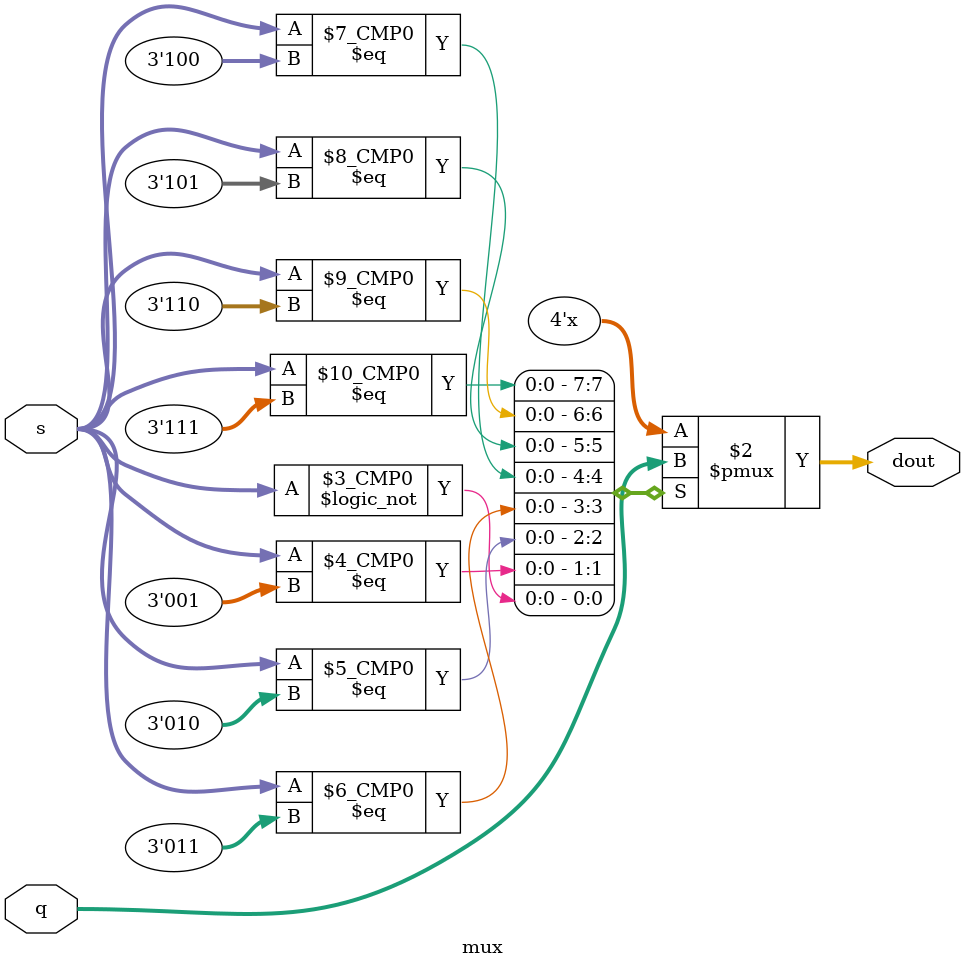
<source format=sv>
`timescale 1ns / 1ps


module mux(
    input [2:0] s,
    input [31:0] q,
    output reg [3:0] dout
    );
    always @(*)begin
        case(s)
        3'b111: dout=q[31:28];
        3'b110: dout=q[27:24];
        3'b101: dout=q[23:20];
        3'b100: dout=q[19:16];
        3'b011: dout=q[15:12];
        3'b010: dout=q[11:8];
        3'b001: dout=q[7:4];
        3'b000: dout=q[3:0];
        default: dout=4'b0000;
        endcase
    end
endmodule

</source>
